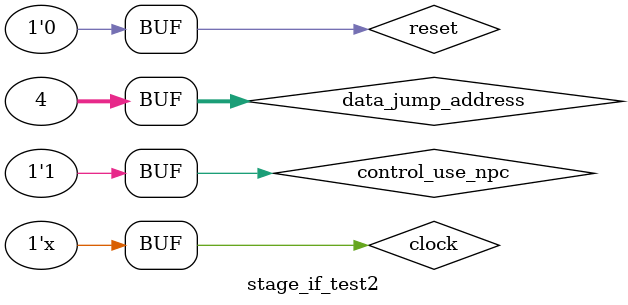
<source format=v>
`timescale 1ns / 1ps


module stage_if_test2;

	// Inputs
	reg clock;
	reg reset;
	reg control_use_npc;
	reg [31:0] data_jump_address;

	// Outputs
	wire [31:0] instruction;

	// Instantiate the Unit Under Test (UUT)
	stage_if uut (
		.clock(clock), 
		.reset(reset), 
		.control_use_npc(control_use_npc), 
		.data_jump_address(data_jump_address), 
		.instruction(instruction)
	);

	initial begin
		// Initialize Inputs
		clock = 0;
		reset = 1;
		control_use_npc = 1;
		data_jump_address = 0;

		// Wait 60 ns for global reset to finish
		#60;
      reset = 0;
		
		// Add stimulus here
		#490
		data_jump_address = 4;
		control_use_npc = 0;
		#100
		control_use_npc = 1;

	end
	
	always
	begin
		#50;
		clock = ~clock;
	end
      
endmodule


</source>
